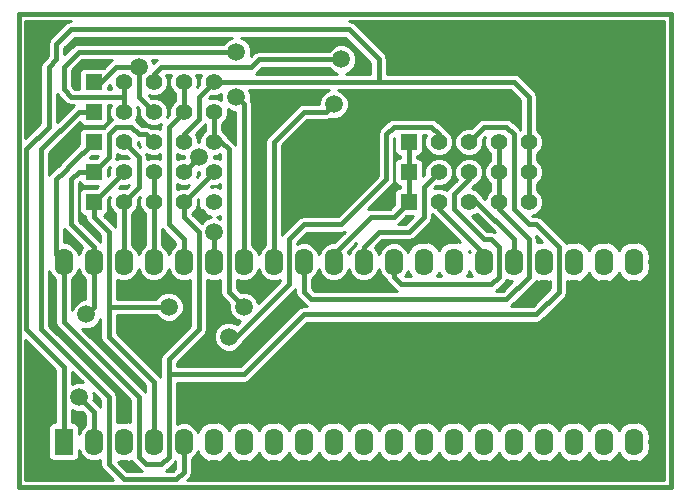
<source format=gbl>
G04 (created by PCBNEW-RS274X (20100308 SVN-R2437)-RC5) date Wed 10 Mar 2010 09:54:52 AM CET*
G01*
G70*
G90*
%MOIN*%
G04 Gerber Fmt 3.4, Leading zero omitted, Abs format*
%FSLAX34Y34*%
G04 APERTURE LIST*
%ADD10C,0.006000*%
%ADD11C,0.015000*%
%ADD12R,0.055000X0.055000*%
%ADD13C,0.055000*%
%ADD14R,0.062000X0.090000*%
%ADD15O,0.062000X0.090000*%
%ADD16C,0.059100*%
%ADD17C,0.010000*%
G04 APERTURE END LIST*
G54D10*
G54D11*
X41500Y-29000D02*
X41500Y-13250D01*
X63250Y-29000D02*
X41500Y-29000D01*
X63250Y-28750D02*
X63250Y-29000D01*
X63250Y-13250D02*
X63250Y-28750D01*
X41500Y-13250D02*
X63250Y-13250D01*
G54D12*
X44000Y-17500D03*
G54D13*
X45000Y-17500D03*
X46000Y-17500D03*
X47000Y-17500D03*
X48000Y-17500D03*
G54D12*
X44000Y-16500D03*
G54D13*
X45000Y-16500D03*
X46000Y-16500D03*
X47000Y-16500D03*
X48000Y-16500D03*
G54D12*
X54500Y-17500D03*
G54D13*
X55500Y-17500D03*
X56500Y-17500D03*
X57500Y-17500D03*
X58500Y-17500D03*
G54D12*
X44000Y-15500D03*
G54D13*
X45000Y-15500D03*
X46000Y-15500D03*
X47000Y-15500D03*
X48000Y-15500D03*
G54D12*
X54500Y-18500D03*
G54D13*
X55500Y-18500D03*
X56500Y-18500D03*
X57500Y-18500D03*
X58500Y-18500D03*
G54D12*
X54500Y-19500D03*
G54D13*
X55500Y-19500D03*
X56500Y-19500D03*
X57500Y-19500D03*
X58500Y-19500D03*
G54D12*
X44000Y-18500D03*
G54D13*
X45000Y-18500D03*
X46000Y-18500D03*
X47000Y-18500D03*
X48000Y-18500D03*
G54D14*
X43000Y-27500D03*
G54D15*
X44000Y-27500D03*
X45000Y-27500D03*
X46000Y-27500D03*
X47000Y-27500D03*
X48000Y-27500D03*
X49000Y-27500D03*
X50000Y-27500D03*
X51000Y-27500D03*
X52000Y-27500D03*
X53000Y-27500D03*
X54000Y-27500D03*
X55000Y-27500D03*
X56000Y-27500D03*
X57000Y-27500D03*
X58000Y-27500D03*
X59000Y-27500D03*
X60000Y-27500D03*
X61000Y-27500D03*
X62000Y-27500D03*
X62000Y-21500D03*
X61000Y-21500D03*
X60000Y-21500D03*
X59000Y-21500D03*
X58000Y-21500D03*
X57000Y-21500D03*
X56000Y-21500D03*
X55000Y-21500D03*
X54000Y-21500D03*
X53000Y-21500D03*
X52000Y-21500D03*
X51000Y-21500D03*
X50000Y-21500D03*
X49000Y-21500D03*
X48000Y-21500D03*
X47000Y-21500D03*
X46000Y-21500D03*
X45000Y-21500D03*
X44000Y-21500D03*
X43000Y-21500D03*
G54D12*
X44000Y-19500D03*
G54D13*
X45000Y-19500D03*
X46000Y-19500D03*
X47000Y-19500D03*
X48000Y-19500D03*
G54D16*
X49000Y-23000D03*
X46500Y-23000D03*
X48750Y-16000D03*
X48750Y-14500D03*
X48500Y-24000D03*
X43750Y-23250D03*
X45500Y-15000D03*
X48000Y-20500D03*
X52000Y-16250D03*
X52250Y-14750D03*
X47500Y-18000D03*
X43500Y-26000D03*
G54D11*
X42250Y-23250D02*
X42250Y-23750D01*
X42250Y-23750D02*
X44500Y-26000D01*
X46000Y-28750D02*
X45000Y-28750D01*
X47000Y-27500D02*
X47000Y-28500D01*
X46750Y-28750D02*
X46000Y-28750D01*
X47000Y-28500D02*
X46750Y-28750D01*
X45000Y-28750D02*
X44500Y-28250D01*
X44500Y-28250D02*
X44500Y-26000D01*
X43500Y-16500D02*
X44000Y-16500D01*
X42250Y-23250D02*
X42250Y-17750D01*
X42250Y-17750D02*
X43500Y-16500D01*
X54500Y-19500D02*
X54000Y-20000D01*
X52000Y-21250D02*
X52000Y-21500D01*
X53250Y-20000D02*
X52000Y-21250D01*
X54000Y-20000D02*
X53250Y-20000D01*
X54500Y-19500D02*
X54500Y-18500D01*
X54500Y-17500D02*
X54500Y-19500D01*
X48500Y-22500D02*
X49000Y-23000D01*
X48000Y-17500D02*
X48248Y-17500D01*
X46500Y-23000D02*
X44500Y-23000D01*
X48500Y-20500D02*
X48500Y-22500D01*
X48500Y-19500D02*
X48500Y-20500D01*
X48500Y-17752D02*
X48500Y-19500D01*
X48248Y-17500D02*
X48500Y-17752D01*
X48000Y-16500D02*
X48000Y-17500D01*
X44000Y-19500D02*
X44000Y-20000D01*
X44000Y-20000D02*
X44500Y-20500D01*
X44500Y-20500D02*
X44500Y-23000D01*
X46000Y-25500D02*
X46000Y-27500D01*
X44500Y-23000D02*
X44500Y-24000D01*
X44500Y-24000D02*
X46000Y-25500D01*
X44000Y-19500D02*
X45000Y-18500D01*
X42750Y-14250D02*
X42750Y-14750D01*
X42500Y-17000D02*
X41750Y-17750D01*
X42500Y-15000D02*
X42500Y-17000D01*
X42750Y-14750D02*
X42500Y-15000D01*
X58500Y-18500D02*
X58500Y-19500D01*
X43000Y-27500D02*
X43000Y-25000D01*
X43000Y-25000D02*
X41750Y-23750D01*
X41750Y-23750D02*
X41750Y-17750D01*
X53500Y-14750D02*
X53500Y-15500D01*
X52500Y-13750D02*
X53500Y-14750D01*
X43250Y-13750D02*
X52500Y-13750D01*
X42750Y-14250D02*
X43250Y-13750D01*
X47000Y-17500D02*
X47000Y-17250D01*
X47500Y-16000D02*
X48000Y-15500D01*
X47500Y-16750D02*
X47500Y-16000D01*
X47000Y-17250D02*
X47500Y-16750D01*
X58500Y-17500D02*
X58500Y-16000D01*
X58000Y-15500D02*
X53500Y-15500D01*
X53500Y-15500D02*
X48000Y-15500D01*
X58500Y-16000D02*
X58000Y-15500D01*
X58500Y-17500D02*
X58500Y-19500D01*
X45000Y-19500D02*
X45000Y-21500D01*
X45000Y-17500D02*
X45500Y-18000D01*
X45500Y-19000D02*
X45000Y-19500D01*
X45500Y-18000D02*
X45500Y-19000D01*
X45000Y-16000D02*
X44000Y-16000D01*
X49000Y-16250D02*
X49000Y-21500D01*
X48750Y-16000D02*
X49000Y-16250D01*
X43500Y-14500D02*
X48750Y-14500D01*
X43000Y-15000D02*
X43500Y-14500D01*
X43000Y-15750D02*
X43000Y-15000D01*
X43250Y-16000D02*
X43000Y-15750D01*
X44000Y-16000D02*
X43250Y-16000D01*
X45000Y-15500D02*
X45000Y-16000D01*
X45000Y-16000D02*
X45000Y-16500D01*
X55500Y-18500D02*
X55000Y-19000D01*
X53000Y-21000D02*
X53000Y-21500D01*
X53500Y-20500D02*
X53000Y-21000D01*
X54500Y-20500D02*
X53500Y-20500D01*
X55000Y-20000D02*
X54500Y-20500D01*
X55000Y-19000D02*
X55000Y-20000D01*
X55500Y-19500D02*
X55500Y-19750D01*
X57000Y-21250D02*
X57000Y-21500D01*
X55500Y-19750D02*
X57000Y-21250D01*
X46000Y-21500D02*
X46000Y-19500D01*
X46000Y-19500D02*
X46000Y-18500D01*
X44000Y-21500D02*
X44000Y-23000D01*
X44000Y-23000D02*
X43750Y-23250D01*
X48500Y-24000D02*
X48750Y-24000D01*
X55500Y-17500D02*
X55500Y-17250D01*
X48750Y-24000D02*
X48500Y-24000D01*
X50500Y-22250D02*
X48750Y-24000D01*
X50500Y-20750D02*
X50500Y-22250D01*
X51000Y-20250D02*
X50500Y-20750D01*
X52250Y-20250D02*
X51000Y-20250D01*
X53750Y-18750D02*
X52250Y-20250D01*
X53750Y-17250D02*
X53750Y-18750D01*
X54000Y-17000D02*
X53750Y-17250D01*
X55250Y-17000D02*
X54000Y-17000D01*
X55500Y-17250D02*
X55250Y-17000D01*
X46000Y-17500D02*
X45750Y-17250D01*
X44500Y-18000D02*
X44000Y-18500D01*
X44500Y-17250D02*
X44500Y-18000D01*
X44750Y-17000D02*
X44500Y-17250D01*
X45250Y-17000D02*
X44750Y-17000D01*
X45500Y-17250D02*
X45250Y-17000D01*
X45750Y-17250D02*
X45500Y-17250D01*
X44000Y-21500D02*
X44000Y-21000D01*
X43500Y-18500D02*
X44000Y-18500D01*
X43250Y-18750D02*
X43500Y-18500D01*
X43250Y-20250D02*
X43250Y-18750D01*
X44000Y-21000D02*
X43250Y-20250D01*
X48000Y-21500D02*
X48000Y-20500D01*
X45500Y-15000D02*
X45500Y-15250D01*
X44000Y-15500D02*
X44250Y-15500D01*
X45500Y-16000D02*
X46000Y-16500D01*
X45500Y-15250D02*
X45500Y-16000D01*
X45250Y-15000D02*
X45500Y-15250D01*
X44750Y-15000D02*
X45250Y-15000D01*
X44250Y-15500D02*
X44750Y-15000D01*
X46500Y-25250D02*
X49000Y-25250D01*
X57000Y-17000D02*
X56500Y-17500D01*
X57750Y-17000D02*
X57000Y-17000D01*
X58000Y-17250D02*
X57750Y-17000D01*
X58000Y-19750D02*
X58000Y-17250D01*
X58500Y-20250D02*
X58000Y-19750D01*
X58750Y-20250D02*
X58500Y-20250D01*
X59500Y-21000D02*
X58750Y-20250D01*
X59500Y-22500D02*
X59500Y-21000D01*
X58750Y-23250D02*
X59500Y-22500D01*
X51000Y-23250D02*
X58750Y-23250D01*
X49000Y-25250D02*
X51000Y-23250D01*
X43000Y-21500D02*
X43000Y-23500D01*
X43000Y-23500D02*
X45500Y-26000D01*
X46500Y-24750D02*
X46500Y-25250D01*
X46500Y-25250D02*
X46500Y-28000D01*
X46500Y-28000D02*
X46250Y-28250D01*
X46250Y-28250D02*
X45750Y-28250D01*
X45750Y-28250D02*
X45500Y-28000D01*
X45500Y-28000D02*
X45500Y-26000D01*
X47000Y-19500D02*
X47000Y-20000D01*
X47500Y-23750D02*
X46500Y-24750D01*
X47500Y-20500D02*
X47500Y-23750D01*
X47000Y-20000D02*
X47500Y-20500D01*
X44000Y-17500D02*
X43250Y-18250D01*
X43250Y-18250D02*
X43000Y-18500D01*
X43000Y-18500D02*
X42750Y-18750D01*
X42750Y-18750D02*
X42750Y-21250D01*
X42750Y-21250D02*
X43000Y-21500D01*
X47000Y-19500D02*
X48000Y-18500D01*
X46000Y-15500D02*
X46000Y-15250D01*
X50000Y-17500D02*
X50000Y-21500D01*
X51000Y-16500D02*
X50000Y-17500D01*
X51750Y-16500D02*
X51000Y-16500D01*
X52000Y-16250D02*
X51750Y-16500D01*
X49500Y-14750D02*
X52250Y-14750D01*
X49250Y-15000D02*
X49500Y-14750D01*
X48500Y-15000D02*
X49250Y-15000D01*
X46250Y-15000D02*
X48500Y-15000D01*
X46000Y-15250D02*
X46250Y-15000D01*
X57250Y-20750D02*
X57500Y-21000D01*
X56500Y-18500D02*
X56500Y-18750D01*
X54000Y-22000D02*
X54000Y-21500D01*
X54250Y-22250D02*
X54000Y-22000D01*
X57250Y-22250D02*
X54250Y-22250D01*
X57500Y-22000D02*
X57250Y-22250D01*
X57500Y-21000D02*
X57500Y-22000D01*
X57000Y-20750D02*
X57250Y-20750D01*
X56000Y-19750D02*
X57000Y-20750D01*
X56000Y-19250D02*
X56000Y-19750D01*
X56500Y-18750D02*
X56000Y-19250D01*
X56500Y-19500D02*
X56750Y-19500D01*
X58000Y-20750D02*
X58000Y-21500D01*
X56750Y-19500D02*
X58000Y-20750D01*
X47000Y-18500D02*
X47500Y-18000D01*
X43500Y-26000D02*
X44000Y-26500D01*
X44000Y-26500D02*
X44000Y-27500D01*
X47000Y-21500D02*
X47000Y-20750D01*
X46500Y-17000D02*
X47000Y-16500D01*
X46500Y-20250D02*
X46500Y-17000D01*
X47000Y-20750D02*
X46500Y-20250D01*
X47000Y-15500D02*
X47000Y-16500D01*
X57500Y-17500D02*
X57500Y-18500D01*
X57500Y-19500D02*
X57500Y-19750D01*
X51000Y-22500D02*
X51000Y-21500D01*
X51250Y-22750D02*
X51000Y-22500D01*
X57750Y-22750D02*
X51250Y-22750D01*
X58500Y-22000D02*
X57750Y-22750D01*
X58500Y-20750D02*
X58500Y-22000D01*
X57500Y-19750D02*
X58500Y-20750D01*
X57500Y-19500D02*
X57500Y-17500D01*
G54D10*
G36*
X63025Y-28775D02*
X63025Y-13475D01*
X52500Y-13475D01*
X52605Y-13496D01*
X52694Y-13556D01*
X53694Y-14555D01*
X53754Y-14644D01*
X53757Y-14661D01*
X53775Y-14750D01*
X53775Y-15225D01*
X58000Y-15225D01*
X58105Y-15246D01*
X58194Y-15306D01*
X58694Y-15805D01*
X58754Y-15895D01*
X58775Y-16000D01*
X58775Y-17103D01*
X58903Y-17231D01*
X58975Y-17406D01*
X58975Y-17595D01*
X58902Y-17769D01*
X58775Y-17896D01*
X58775Y-18103D01*
X58903Y-18231D01*
X58975Y-18406D01*
X58975Y-18595D01*
X58902Y-18769D01*
X58775Y-18896D01*
X58775Y-19103D01*
X58903Y-19231D01*
X58975Y-19406D01*
X58975Y-19595D01*
X58902Y-19769D01*
X58769Y-19903D01*
X58608Y-19969D01*
X58613Y-19975D01*
X58750Y-19975D01*
X58855Y-19996D01*
X58944Y-20056D01*
X59694Y-20805D01*
X59733Y-20864D01*
X59740Y-20874D01*
X59804Y-20835D01*
X59863Y-20818D01*
X59918Y-20848D01*
X60081Y-20848D01*
X60137Y-20818D01*
X60196Y-20835D01*
X60382Y-20950D01*
X60499Y-21113D01*
X60618Y-20950D01*
X60804Y-20835D01*
X60863Y-20818D01*
X60918Y-20848D01*
X61081Y-20848D01*
X61137Y-20818D01*
X61196Y-20835D01*
X61382Y-20950D01*
X61500Y-21113D01*
X61618Y-20950D01*
X61804Y-20835D01*
X61863Y-20818D01*
X61918Y-20848D01*
X62081Y-20848D01*
X62137Y-20818D01*
X62196Y-20835D01*
X62382Y-20950D01*
X62510Y-21127D01*
X62560Y-21340D01*
X62560Y-21450D01*
X62500Y-21450D01*
X62500Y-21550D01*
X62560Y-21550D01*
X62560Y-21660D01*
X62510Y-21873D01*
X62382Y-22050D01*
X62196Y-22165D01*
X62137Y-22182D01*
X62081Y-22152D01*
X61918Y-22152D01*
X61863Y-22182D01*
X61804Y-22165D01*
X61618Y-22050D01*
X61500Y-21886D01*
X61382Y-22050D01*
X61196Y-22165D01*
X61137Y-22182D01*
X61081Y-22152D01*
X60918Y-22152D01*
X60863Y-22182D01*
X60804Y-22165D01*
X60618Y-22050D01*
X60499Y-21886D01*
X60382Y-22050D01*
X60196Y-22165D01*
X60137Y-22182D01*
X60081Y-22152D01*
X59918Y-22152D01*
X59863Y-22182D01*
X59804Y-22165D01*
X59775Y-22147D01*
X59775Y-22500D01*
X59754Y-22605D01*
X59733Y-22634D01*
X59694Y-22695D01*
X58944Y-23444D01*
X58855Y-23504D01*
X58750Y-23525D01*
X51113Y-23525D01*
X49194Y-25444D01*
X49105Y-25504D01*
X49000Y-25525D01*
X46775Y-25525D01*
X46775Y-26900D01*
X46901Y-26848D01*
X47100Y-26848D01*
X47284Y-26924D01*
X47424Y-27065D01*
X47475Y-27189D01*
X47490Y-27127D01*
X47618Y-26950D01*
X47804Y-26835D01*
X47863Y-26818D01*
X47918Y-26848D01*
X48081Y-26848D01*
X48137Y-26818D01*
X48196Y-26835D01*
X48382Y-26950D01*
X48500Y-27113D01*
X48618Y-26950D01*
X48804Y-26835D01*
X48863Y-26818D01*
X48918Y-26848D01*
X49081Y-26848D01*
X49137Y-26818D01*
X49196Y-26835D01*
X49382Y-26950D01*
X49500Y-27113D01*
X49618Y-26950D01*
X49804Y-26835D01*
X49863Y-26818D01*
X49918Y-26848D01*
X50081Y-26848D01*
X50137Y-26818D01*
X50196Y-26835D01*
X50382Y-26950D01*
X50500Y-27113D01*
X50618Y-26950D01*
X50804Y-26835D01*
X50863Y-26818D01*
X50918Y-26848D01*
X51081Y-26848D01*
X51137Y-26818D01*
X51196Y-26835D01*
X51382Y-26950D01*
X51499Y-27113D01*
X51618Y-26950D01*
X51804Y-26835D01*
X51863Y-26818D01*
X51918Y-26848D01*
X52081Y-26848D01*
X52137Y-26818D01*
X52196Y-26835D01*
X52382Y-26950D01*
X52500Y-27113D01*
X52618Y-26950D01*
X52804Y-26835D01*
X52863Y-26818D01*
X52918Y-26848D01*
X53081Y-26848D01*
X53137Y-26818D01*
X53196Y-26835D01*
X53382Y-26950D01*
X53500Y-27113D01*
X53618Y-26950D01*
X53804Y-26835D01*
X53863Y-26818D01*
X53918Y-26848D01*
X54081Y-26848D01*
X54137Y-26818D01*
X54196Y-26835D01*
X54382Y-26950D01*
X54500Y-27113D01*
X54618Y-26950D01*
X54804Y-26835D01*
X54863Y-26818D01*
X54918Y-26848D01*
X55081Y-26848D01*
X55137Y-26818D01*
X55196Y-26835D01*
X55382Y-26950D01*
X55500Y-27113D01*
X55618Y-26950D01*
X55804Y-26835D01*
X55863Y-26818D01*
X55918Y-26848D01*
X56081Y-26848D01*
X56137Y-26818D01*
X56196Y-26835D01*
X56382Y-26950D01*
X56500Y-27113D01*
X56618Y-26950D01*
X56804Y-26835D01*
X56863Y-26818D01*
X56918Y-26848D01*
X57081Y-26848D01*
X57137Y-26818D01*
X57196Y-26835D01*
X57382Y-26950D01*
X57500Y-27113D01*
X57618Y-26950D01*
X57804Y-26835D01*
X57863Y-26818D01*
X57918Y-26848D01*
X58081Y-26848D01*
X58137Y-26818D01*
X58196Y-26835D01*
X58382Y-26950D01*
X58500Y-27113D01*
X58618Y-26950D01*
X58804Y-26835D01*
X58863Y-26818D01*
X58918Y-26848D01*
X59081Y-26848D01*
X59137Y-26818D01*
X59196Y-26835D01*
X59382Y-26950D01*
X59500Y-27113D01*
X59618Y-26950D01*
X59804Y-26835D01*
X59863Y-26818D01*
X59918Y-26848D01*
X60081Y-26848D01*
X60137Y-26818D01*
X60196Y-26835D01*
X60382Y-26950D01*
X60499Y-27113D01*
X60618Y-26950D01*
X60804Y-26835D01*
X60863Y-26818D01*
X60918Y-26848D01*
X61081Y-26848D01*
X61137Y-26818D01*
X61196Y-26835D01*
X61382Y-26950D01*
X61500Y-27113D01*
X61618Y-26950D01*
X61804Y-26835D01*
X61863Y-26818D01*
X61918Y-26848D01*
X62081Y-26848D01*
X62137Y-26818D01*
X62196Y-26835D01*
X62382Y-26950D01*
X62510Y-27127D01*
X62560Y-27340D01*
X62560Y-27450D01*
X62500Y-27450D01*
X62500Y-27550D01*
X62560Y-27550D01*
X62560Y-27660D01*
X62510Y-27873D01*
X62382Y-28050D01*
X62196Y-28165D01*
X62137Y-28182D01*
X62081Y-28152D01*
X61918Y-28152D01*
X61863Y-28182D01*
X61804Y-28165D01*
X61618Y-28050D01*
X61500Y-27886D01*
X61382Y-28050D01*
X61196Y-28165D01*
X61137Y-28182D01*
X61081Y-28152D01*
X60918Y-28152D01*
X60863Y-28182D01*
X60804Y-28165D01*
X60618Y-28050D01*
X60499Y-27886D01*
X60382Y-28050D01*
X60196Y-28165D01*
X60137Y-28182D01*
X60081Y-28152D01*
X59918Y-28152D01*
X59863Y-28182D01*
X59804Y-28165D01*
X59618Y-28050D01*
X59500Y-27886D01*
X59382Y-28050D01*
X59196Y-28165D01*
X59137Y-28182D01*
X59081Y-28152D01*
X58918Y-28152D01*
X58863Y-28182D01*
X58804Y-28165D01*
X58618Y-28050D01*
X58500Y-27886D01*
X58382Y-28050D01*
X58196Y-28165D01*
X58137Y-28182D01*
X58081Y-28152D01*
X57918Y-28152D01*
X57863Y-28182D01*
X57804Y-28165D01*
X57618Y-28050D01*
X57500Y-27886D01*
X57382Y-28050D01*
X57196Y-28165D01*
X57137Y-28182D01*
X57081Y-28152D01*
X56918Y-28152D01*
X56863Y-28182D01*
X56804Y-28165D01*
X56618Y-28050D01*
X56500Y-27886D01*
X56382Y-28050D01*
X56196Y-28165D01*
X56137Y-28182D01*
X56081Y-28152D01*
X55918Y-28152D01*
X55863Y-28182D01*
X55804Y-28165D01*
X55618Y-28050D01*
X55500Y-27886D01*
X55382Y-28050D01*
X55196Y-28165D01*
X55137Y-28182D01*
X55081Y-28152D01*
X54918Y-28152D01*
X54863Y-28182D01*
X54804Y-28165D01*
X54618Y-28050D01*
X54500Y-27886D01*
X54382Y-28050D01*
X54196Y-28165D01*
X54137Y-28182D01*
X54081Y-28152D01*
X53918Y-28152D01*
X53863Y-28182D01*
X53804Y-28165D01*
X53618Y-28050D01*
X53500Y-27886D01*
X53382Y-28050D01*
X53196Y-28165D01*
X53137Y-28182D01*
X53081Y-28152D01*
X52918Y-28152D01*
X52863Y-28182D01*
X52804Y-28165D01*
X52618Y-28050D01*
X52500Y-27886D01*
X52382Y-28050D01*
X52196Y-28165D01*
X52137Y-28182D01*
X52081Y-28152D01*
X51918Y-28152D01*
X51863Y-28182D01*
X51804Y-28165D01*
X51618Y-28050D01*
X51500Y-27886D01*
X51382Y-28050D01*
X51196Y-28165D01*
X51137Y-28182D01*
X51081Y-28152D01*
X50918Y-28152D01*
X50863Y-28182D01*
X50804Y-28165D01*
X50618Y-28050D01*
X50500Y-27886D01*
X50382Y-28050D01*
X50196Y-28165D01*
X50137Y-28182D01*
X50081Y-28152D01*
X49918Y-28152D01*
X49863Y-28182D01*
X49804Y-28165D01*
X49618Y-28050D01*
X49500Y-27886D01*
X49382Y-28050D01*
X49196Y-28165D01*
X49137Y-28182D01*
X49081Y-28152D01*
X48918Y-28152D01*
X48863Y-28182D01*
X48804Y-28165D01*
X48618Y-28050D01*
X48499Y-27886D01*
X48382Y-28050D01*
X48196Y-28165D01*
X48137Y-28182D01*
X48081Y-28152D01*
X47918Y-28152D01*
X47863Y-28182D01*
X47804Y-28165D01*
X47618Y-28050D01*
X47490Y-27873D01*
X47475Y-27811D01*
X47424Y-27936D01*
X47283Y-28076D01*
X47275Y-28079D01*
X47275Y-28500D01*
X47254Y-28605D01*
X47233Y-28634D01*
X47194Y-28695D01*
X47113Y-28775D01*
X63025Y-28775D01*
X63025Y-28775D01*
G37*
G54D17*
X63025Y-28775D02*
X63025Y-13475D01*
X52500Y-13475D01*
X52605Y-13496D01*
X52694Y-13556D01*
X53694Y-14555D01*
X53754Y-14644D01*
X53757Y-14661D01*
X53775Y-14750D01*
X53775Y-15225D01*
X58000Y-15225D01*
X58105Y-15246D01*
X58194Y-15306D01*
X58694Y-15805D01*
X58754Y-15895D01*
X58775Y-16000D01*
X58775Y-17103D01*
X58903Y-17231D01*
X58975Y-17406D01*
X58975Y-17595D01*
X58902Y-17769D01*
X58775Y-17896D01*
X58775Y-18103D01*
X58903Y-18231D01*
X58975Y-18406D01*
X58975Y-18595D01*
X58902Y-18769D01*
X58775Y-18896D01*
X58775Y-19103D01*
X58903Y-19231D01*
X58975Y-19406D01*
X58975Y-19595D01*
X58902Y-19769D01*
X58769Y-19903D01*
X58608Y-19969D01*
X58613Y-19975D01*
X58750Y-19975D01*
X58855Y-19996D01*
X58944Y-20056D01*
X59694Y-20805D01*
X59733Y-20864D01*
X59740Y-20874D01*
X59804Y-20835D01*
X59863Y-20818D01*
X59918Y-20848D01*
X60081Y-20848D01*
X60137Y-20818D01*
X60196Y-20835D01*
X60382Y-20950D01*
X60499Y-21113D01*
X60618Y-20950D01*
X60804Y-20835D01*
X60863Y-20818D01*
X60918Y-20848D01*
X61081Y-20848D01*
X61137Y-20818D01*
X61196Y-20835D01*
X61382Y-20950D01*
X61500Y-21113D01*
X61618Y-20950D01*
X61804Y-20835D01*
X61863Y-20818D01*
X61918Y-20848D01*
X62081Y-20848D01*
X62137Y-20818D01*
X62196Y-20835D01*
X62382Y-20950D01*
X62510Y-21127D01*
X62560Y-21340D01*
X62560Y-21450D01*
X62500Y-21450D01*
X62500Y-21550D01*
X62560Y-21550D01*
X62560Y-21660D01*
X62510Y-21873D01*
X62382Y-22050D01*
X62196Y-22165D01*
X62137Y-22182D01*
X62081Y-22152D01*
X61918Y-22152D01*
X61863Y-22182D01*
X61804Y-22165D01*
X61618Y-22050D01*
X61500Y-21886D01*
X61382Y-22050D01*
X61196Y-22165D01*
X61137Y-22182D01*
X61081Y-22152D01*
X60918Y-22152D01*
X60863Y-22182D01*
X60804Y-22165D01*
X60618Y-22050D01*
X60499Y-21886D01*
X60382Y-22050D01*
X60196Y-22165D01*
X60137Y-22182D01*
X60081Y-22152D01*
X59918Y-22152D01*
X59863Y-22182D01*
X59804Y-22165D01*
X59775Y-22147D01*
X59775Y-22500D01*
X59754Y-22605D01*
X59733Y-22634D01*
X59694Y-22695D01*
X58944Y-23444D01*
X58855Y-23504D01*
X58750Y-23525D01*
X51113Y-23525D01*
X49194Y-25444D01*
X49105Y-25504D01*
X49000Y-25525D01*
X46775Y-25525D01*
X46775Y-26900D01*
X46901Y-26848D01*
X47100Y-26848D01*
X47284Y-26924D01*
X47424Y-27065D01*
X47475Y-27189D01*
X47490Y-27127D01*
X47618Y-26950D01*
X47804Y-26835D01*
X47863Y-26818D01*
X47918Y-26848D01*
X48081Y-26848D01*
X48137Y-26818D01*
X48196Y-26835D01*
X48382Y-26950D01*
X48500Y-27113D01*
X48618Y-26950D01*
X48804Y-26835D01*
X48863Y-26818D01*
X48918Y-26848D01*
X49081Y-26848D01*
X49137Y-26818D01*
X49196Y-26835D01*
X49382Y-26950D01*
X49500Y-27113D01*
X49618Y-26950D01*
X49804Y-26835D01*
X49863Y-26818D01*
X49918Y-26848D01*
X50081Y-26848D01*
X50137Y-26818D01*
X50196Y-26835D01*
X50382Y-26950D01*
X50500Y-27113D01*
X50618Y-26950D01*
X50804Y-26835D01*
X50863Y-26818D01*
X50918Y-26848D01*
X51081Y-26848D01*
X51137Y-26818D01*
X51196Y-26835D01*
X51382Y-26950D01*
X51499Y-27113D01*
X51618Y-26950D01*
X51804Y-26835D01*
X51863Y-26818D01*
X51918Y-26848D01*
X52081Y-26848D01*
X52137Y-26818D01*
X52196Y-26835D01*
X52382Y-26950D01*
X52500Y-27113D01*
X52618Y-26950D01*
X52804Y-26835D01*
X52863Y-26818D01*
X52918Y-26848D01*
X53081Y-26848D01*
X53137Y-26818D01*
X53196Y-26835D01*
X53382Y-26950D01*
X53500Y-27113D01*
X53618Y-26950D01*
X53804Y-26835D01*
X53863Y-26818D01*
X53918Y-26848D01*
X54081Y-26848D01*
X54137Y-26818D01*
X54196Y-26835D01*
X54382Y-26950D01*
X54500Y-27113D01*
X54618Y-26950D01*
X54804Y-26835D01*
X54863Y-26818D01*
X54918Y-26848D01*
X55081Y-26848D01*
X55137Y-26818D01*
X55196Y-26835D01*
X55382Y-26950D01*
X55500Y-27113D01*
X55618Y-26950D01*
X55804Y-26835D01*
X55863Y-26818D01*
X55918Y-26848D01*
X56081Y-26848D01*
X56137Y-26818D01*
X56196Y-26835D01*
X56382Y-26950D01*
X56500Y-27113D01*
X56618Y-26950D01*
X56804Y-26835D01*
X56863Y-26818D01*
X56918Y-26848D01*
X57081Y-26848D01*
X57137Y-26818D01*
X57196Y-26835D01*
X57382Y-26950D01*
X57500Y-27113D01*
X57618Y-26950D01*
X57804Y-26835D01*
X57863Y-26818D01*
X57918Y-26848D01*
X58081Y-26848D01*
X58137Y-26818D01*
X58196Y-26835D01*
X58382Y-26950D01*
X58500Y-27113D01*
X58618Y-26950D01*
X58804Y-26835D01*
X58863Y-26818D01*
X58918Y-26848D01*
X59081Y-26848D01*
X59137Y-26818D01*
X59196Y-26835D01*
X59382Y-26950D01*
X59500Y-27113D01*
X59618Y-26950D01*
X59804Y-26835D01*
X59863Y-26818D01*
X59918Y-26848D01*
X60081Y-26848D01*
X60137Y-26818D01*
X60196Y-26835D01*
X60382Y-26950D01*
X60499Y-27113D01*
X60618Y-26950D01*
X60804Y-26835D01*
X60863Y-26818D01*
X60918Y-26848D01*
X61081Y-26848D01*
X61137Y-26818D01*
X61196Y-26835D01*
X61382Y-26950D01*
X61500Y-27113D01*
X61618Y-26950D01*
X61804Y-26835D01*
X61863Y-26818D01*
X61918Y-26848D01*
X62081Y-26848D01*
X62137Y-26818D01*
X62196Y-26835D01*
X62382Y-26950D01*
X62510Y-27127D01*
X62560Y-27340D01*
X62560Y-27450D01*
X62500Y-27450D01*
X62500Y-27550D01*
X62560Y-27550D01*
X62560Y-27660D01*
X62510Y-27873D01*
X62382Y-28050D01*
X62196Y-28165D01*
X62137Y-28182D01*
X62081Y-28152D01*
X61918Y-28152D01*
X61863Y-28182D01*
X61804Y-28165D01*
X61618Y-28050D01*
X61500Y-27886D01*
X61382Y-28050D01*
X61196Y-28165D01*
X61137Y-28182D01*
X61081Y-28152D01*
X60918Y-28152D01*
X60863Y-28182D01*
X60804Y-28165D01*
X60618Y-28050D01*
X60499Y-27886D01*
X60382Y-28050D01*
X60196Y-28165D01*
X60137Y-28182D01*
X60081Y-28152D01*
X59918Y-28152D01*
X59863Y-28182D01*
X59804Y-28165D01*
X59618Y-28050D01*
X59500Y-27886D01*
X59382Y-28050D01*
X59196Y-28165D01*
X59137Y-28182D01*
X59081Y-28152D01*
X58918Y-28152D01*
X58863Y-28182D01*
X58804Y-28165D01*
X58618Y-28050D01*
X58500Y-27886D01*
X58382Y-28050D01*
X58196Y-28165D01*
X58137Y-28182D01*
X58081Y-28152D01*
X57918Y-28152D01*
X57863Y-28182D01*
X57804Y-28165D01*
X57618Y-28050D01*
X57500Y-27886D01*
X57382Y-28050D01*
X57196Y-28165D01*
X57137Y-28182D01*
X57081Y-28152D01*
X56918Y-28152D01*
X56863Y-28182D01*
X56804Y-28165D01*
X56618Y-28050D01*
X56500Y-27886D01*
X56382Y-28050D01*
X56196Y-28165D01*
X56137Y-28182D01*
X56081Y-28152D01*
X55918Y-28152D01*
X55863Y-28182D01*
X55804Y-28165D01*
X55618Y-28050D01*
X55500Y-27886D01*
X55382Y-28050D01*
X55196Y-28165D01*
X55137Y-28182D01*
X55081Y-28152D01*
X54918Y-28152D01*
X54863Y-28182D01*
X54804Y-28165D01*
X54618Y-28050D01*
X54500Y-27886D01*
X54382Y-28050D01*
X54196Y-28165D01*
X54137Y-28182D01*
X54081Y-28152D01*
X53918Y-28152D01*
X53863Y-28182D01*
X53804Y-28165D01*
X53618Y-28050D01*
X53500Y-27886D01*
X53382Y-28050D01*
X53196Y-28165D01*
X53137Y-28182D01*
X53081Y-28152D01*
X52918Y-28152D01*
X52863Y-28182D01*
X52804Y-28165D01*
X52618Y-28050D01*
X52500Y-27886D01*
X52382Y-28050D01*
X52196Y-28165D01*
X52137Y-28182D01*
X52081Y-28152D01*
X51918Y-28152D01*
X51863Y-28182D01*
X51804Y-28165D01*
X51618Y-28050D01*
X51500Y-27886D01*
X51382Y-28050D01*
X51196Y-28165D01*
X51137Y-28182D01*
X51081Y-28152D01*
X50918Y-28152D01*
X50863Y-28182D01*
X50804Y-28165D01*
X50618Y-28050D01*
X50500Y-27886D01*
X50382Y-28050D01*
X50196Y-28165D01*
X50137Y-28182D01*
X50081Y-28152D01*
X49918Y-28152D01*
X49863Y-28182D01*
X49804Y-28165D01*
X49618Y-28050D01*
X49500Y-27886D01*
X49382Y-28050D01*
X49196Y-28165D01*
X49137Y-28182D01*
X49081Y-28152D01*
X48918Y-28152D01*
X48863Y-28182D01*
X48804Y-28165D01*
X48618Y-28050D01*
X48499Y-27886D01*
X48382Y-28050D01*
X48196Y-28165D01*
X48137Y-28182D01*
X48081Y-28152D01*
X47918Y-28152D01*
X47863Y-28182D01*
X47804Y-28165D01*
X47618Y-28050D01*
X47490Y-27873D01*
X47475Y-27811D01*
X47424Y-27936D01*
X47283Y-28076D01*
X47275Y-28079D01*
X47275Y-28500D01*
X47254Y-28605D01*
X47233Y-28634D01*
X47194Y-28695D01*
X47113Y-28775D01*
X63025Y-28775D01*
G54D10*
G36*
X44636Y-28775D02*
X44306Y-28444D01*
X44246Y-28355D01*
X44225Y-28250D01*
X44225Y-28099D01*
X44099Y-28152D01*
X43900Y-28152D01*
X43716Y-28076D01*
X43576Y-27935D01*
X43509Y-27772D01*
X43509Y-27990D01*
X43478Y-28063D01*
X43422Y-28119D01*
X43349Y-28149D01*
X42650Y-28149D01*
X42577Y-28118D01*
X42521Y-28062D01*
X42491Y-27989D01*
X42491Y-27010D01*
X42522Y-26937D01*
X42578Y-26881D01*
X42651Y-26851D01*
X42725Y-26851D01*
X42725Y-25113D01*
X41725Y-24113D01*
X41725Y-28775D01*
X44636Y-28775D01*
X44636Y-28775D01*
G37*
G54D17*
X44636Y-28775D02*
X44306Y-28444D01*
X44246Y-28355D01*
X44225Y-28250D01*
X44225Y-28099D01*
X44099Y-28152D01*
X43900Y-28152D01*
X43716Y-28076D01*
X43576Y-27935D01*
X43509Y-27772D01*
X43509Y-27990D01*
X43478Y-28063D01*
X43422Y-28119D01*
X43349Y-28149D01*
X42650Y-28149D01*
X42577Y-28118D01*
X42521Y-28062D01*
X42491Y-27989D01*
X42491Y-27010D01*
X42522Y-26937D01*
X42578Y-26881D01*
X42651Y-26851D01*
X42725Y-26851D01*
X42725Y-25113D01*
X41725Y-24113D01*
X41725Y-28775D01*
X44636Y-28775D01*
G54D10*
G36*
X46636Y-28475D02*
X46725Y-28386D01*
X46725Y-28148D01*
X46694Y-28195D01*
X46444Y-28444D01*
X46398Y-28475D01*
X46636Y-28475D01*
X46636Y-28475D01*
G37*
G54D17*
X46636Y-28475D02*
X46725Y-28386D01*
X46725Y-28148D01*
X46694Y-28195D01*
X46444Y-28444D01*
X46398Y-28475D01*
X46636Y-28475D01*
G54D10*
G36*
X45601Y-28475D02*
X45555Y-28444D01*
X45306Y-28194D01*
X45259Y-28125D01*
X45196Y-28165D01*
X45137Y-28182D01*
X45081Y-28152D01*
X44918Y-28152D01*
X44863Y-28182D01*
X44804Y-28165D01*
X44803Y-28164D01*
X45113Y-28475D01*
X45601Y-28475D01*
X45601Y-28475D01*
G37*
G54D17*
X45601Y-28475D02*
X45555Y-28444D01*
X45306Y-28194D01*
X45259Y-28125D01*
X45196Y-28165D01*
X45137Y-28182D01*
X45081Y-28152D01*
X44918Y-28152D01*
X44863Y-28182D01*
X44804Y-28165D01*
X44803Y-28164D01*
X45113Y-28475D01*
X45601Y-28475D01*
G54D10*
G36*
X43509Y-27226D02*
X43576Y-27064D01*
X43717Y-26924D01*
X43725Y-26920D01*
X43725Y-26613D01*
X43603Y-26491D01*
X43598Y-26494D01*
X43401Y-26494D01*
X43275Y-26441D01*
X43275Y-26851D01*
X43350Y-26851D01*
X43423Y-26882D01*
X43479Y-26938D01*
X43509Y-27011D01*
X43509Y-27226D01*
X43509Y-27226D01*
G37*
G54D17*
X43509Y-27226D02*
X43576Y-27064D01*
X43717Y-26924D01*
X43725Y-26920D01*
X43725Y-26613D01*
X43603Y-26491D01*
X43598Y-26494D01*
X43401Y-26494D01*
X43275Y-26441D01*
X43275Y-26851D01*
X43350Y-26851D01*
X43423Y-26882D01*
X43479Y-26938D01*
X43509Y-27011D01*
X43509Y-27226D01*
G54D10*
G36*
X45225Y-26852D02*
X45225Y-26113D01*
X42806Y-23694D01*
X42746Y-23605D01*
X42725Y-23500D01*
X42725Y-22079D01*
X42716Y-22076D01*
X42576Y-21935D01*
X42525Y-21811D01*
X42525Y-23636D01*
X44694Y-25805D01*
X44733Y-25864D01*
X44754Y-25895D01*
X44775Y-26000D01*
X44775Y-26852D01*
X44804Y-26835D01*
X44863Y-26818D01*
X44918Y-26848D01*
X45081Y-26848D01*
X45137Y-26818D01*
X45196Y-26835D01*
X45225Y-26852D01*
X45225Y-26852D01*
G37*
G54D17*
X45225Y-26852D02*
X45225Y-26113D01*
X42806Y-23694D01*
X42746Y-23605D01*
X42725Y-23500D01*
X42725Y-22079D01*
X42716Y-22076D01*
X42576Y-21935D01*
X42525Y-21811D01*
X42525Y-23636D01*
X44694Y-25805D01*
X44733Y-25864D01*
X44754Y-25895D01*
X44775Y-26000D01*
X44775Y-26852D01*
X44804Y-26835D01*
X44863Y-26818D01*
X44918Y-26848D01*
X45081Y-26848D01*
X45137Y-26818D01*
X45196Y-26835D01*
X45225Y-26852D01*
G54D10*
G36*
X44225Y-26351D02*
X44225Y-26113D01*
X43980Y-25869D01*
X43994Y-25902D01*
X43994Y-26099D01*
X43992Y-26103D01*
X44194Y-26305D01*
X44225Y-26351D01*
X44225Y-26351D01*
G37*
G54D17*
X44225Y-26351D02*
X44225Y-26113D01*
X43980Y-25869D01*
X43994Y-25902D01*
X43994Y-26099D01*
X43992Y-26103D01*
X44194Y-26305D01*
X44225Y-26351D01*
G54D10*
G36*
X45725Y-25851D02*
X45725Y-25613D01*
X44306Y-24194D01*
X44246Y-24105D01*
X44225Y-24000D01*
X44225Y-23394D01*
X44169Y-23530D01*
X44030Y-23669D01*
X43848Y-23744D01*
X43651Y-23744D01*
X43618Y-23730D01*
X45694Y-25805D01*
X45725Y-25851D01*
X45725Y-25851D01*
G37*
G54D17*
X45725Y-25851D02*
X45725Y-25613D01*
X44306Y-24194D01*
X44246Y-24105D01*
X44225Y-24000D01*
X44225Y-23394D01*
X44169Y-23530D01*
X44030Y-23669D01*
X43848Y-23744D01*
X43651Y-23744D01*
X43618Y-23730D01*
X45694Y-25805D01*
X45725Y-25851D01*
G54D10*
G36*
X43275Y-25558D02*
X43402Y-25506D01*
X43599Y-25506D01*
X43630Y-25518D01*
X43275Y-25163D01*
X43275Y-25558D01*
X43275Y-25558D01*
G37*
G54D17*
X43275Y-25558D02*
X43402Y-25506D01*
X43599Y-25506D01*
X43630Y-25518D01*
X43275Y-25163D01*
X43275Y-25558D01*
G54D10*
G36*
X46225Y-25350D02*
X46225Y-24750D01*
X46246Y-24645D01*
X46306Y-24556D01*
X47225Y-23636D01*
X47225Y-22099D01*
X47099Y-22152D01*
X46900Y-22152D01*
X46716Y-22076D01*
X46576Y-21935D01*
X46500Y-21751D01*
X46500Y-21752D01*
X46424Y-21936D01*
X46283Y-22076D01*
X46099Y-22152D01*
X45900Y-22152D01*
X45716Y-22076D01*
X45576Y-21935D01*
X45500Y-21751D01*
X45500Y-21752D01*
X45424Y-21936D01*
X45283Y-22076D01*
X45099Y-22152D01*
X44900Y-22152D01*
X44775Y-22100D01*
X44775Y-22725D01*
X46078Y-22725D01*
X46081Y-22720D01*
X46220Y-22581D01*
X46402Y-22506D01*
X46599Y-22506D01*
X46780Y-22581D01*
X46919Y-22720D01*
X46994Y-22902D01*
X46994Y-23099D01*
X46919Y-23280D01*
X46780Y-23419D01*
X46598Y-23494D01*
X46401Y-23494D01*
X46220Y-23419D01*
X46081Y-23280D01*
X46078Y-23275D01*
X44775Y-23275D01*
X44775Y-23886D01*
X46194Y-25305D01*
X46225Y-25350D01*
X46225Y-25350D01*
G37*
G54D17*
X46225Y-25350D02*
X46225Y-24750D01*
X46246Y-24645D01*
X46306Y-24556D01*
X47225Y-23636D01*
X47225Y-22099D01*
X47099Y-22152D01*
X46900Y-22152D01*
X46716Y-22076D01*
X46576Y-21935D01*
X46500Y-21751D01*
X46500Y-21752D01*
X46424Y-21936D01*
X46283Y-22076D01*
X46099Y-22152D01*
X45900Y-22152D01*
X45716Y-22076D01*
X45576Y-21935D01*
X45500Y-21751D01*
X45500Y-21752D01*
X45424Y-21936D01*
X45283Y-22076D01*
X45099Y-22152D01*
X44900Y-22152D01*
X44775Y-22100D01*
X44775Y-22725D01*
X46078Y-22725D01*
X46081Y-22720D01*
X46220Y-22581D01*
X46402Y-22506D01*
X46599Y-22506D01*
X46780Y-22581D01*
X46919Y-22720D01*
X46994Y-22902D01*
X46994Y-23099D01*
X46919Y-23280D01*
X46780Y-23419D01*
X46598Y-23494D01*
X46401Y-23494D01*
X46220Y-23419D01*
X46081Y-23280D01*
X46078Y-23275D01*
X44775Y-23275D01*
X44775Y-23886D01*
X46194Y-25305D01*
X46225Y-25350D01*
G54D10*
G36*
X48886Y-24975D02*
X50805Y-23056D01*
X50894Y-22996D01*
X50911Y-22992D01*
X51000Y-22975D01*
X51101Y-22975D01*
X51055Y-22944D01*
X50806Y-22694D01*
X50746Y-22605D01*
X50725Y-22500D01*
X50725Y-22398D01*
X50694Y-22445D01*
X48962Y-24175D01*
X48919Y-24280D01*
X48780Y-24419D01*
X48598Y-24494D01*
X48401Y-24494D01*
X48220Y-24419D01*
X48081Y-24280D01*
X48006Y-24098D01*
X48006Y-23901D01*
X48081Y-23720D01*
X48220Y-23581D01*
X48402Y-23506D01*
X48599Y-23506D01*
X48780Y-23581D01*
X48877Y-23484D01*
X48720Y-23419D01*
X48581Y-23280D01*
X48506Y-23098D01*
X48506Y-22901D01*
X48507Y-22896D01*
X48306Y-22694D01*
X48246Y-22605D01*
X48225Y-22500D01*
X48225Y-22099D01*
X48099Y-22152D01*
X47900Y-22152D01*
X47775Y-22100D01*
X47775Y-23750D01*
X47757Y-23838D01*
X47754Y-23856D01*
X47694Y-23945D01*
X46775Y-24863D01*
X46775Y-24975D01*
X48886Y-24975D01*
X48886Y-24975D01*
G37*
G54D17*
X48886Y-24975D02*
X50805Y-23056D01*
X50894Y-22996D01*
X50911Y-22992D01*
X51000Y-22975D01*
X51101Y-22975D01*
X51055Y-22944D01*
X50806Y-22694D01*
X50746Y-22605D01*
X50725Y-22500D01*
X50725Y-22398D01*
X50694Y-22445D01*
X48962Y-24175D01*
X48919Y-24280D01*
X48780Y-24419D01*
X48598Y-24494D01*
X48401Y-24494D01*
X48220Y-24419D01*
X48081Y-24280D01*
X48006Y-24098D01*
X48006Y-23901D01*
X48081Y-23720D01*
X48220Y-23581D01*
X48402Y-23506D01*
X48599Y-23506D01*
X48780Y-23581D01*
X48877Y-23484D01*
X48720Y-23419D01*
X48581Y-23280D01*
X48506Y-23098D01*
X48506Y-22901D01*
X48507Y-22896D01*
X48306Y-22694D01*
X48246Y-22605D01*
X48225Y-22500D01*
X48225Y-22099D01*
X48099Y-22152D01*
X47900Y-22152D01*
X47775Y-22100D01*
X47775Y-23750D01*
X47757Y-23838D01*
X47754Y-23856D01*
X47694Y-23945D01*
X46775Y-24863D01*
X46775Y-24975D01*
X48886Y-24975D01*
G54D10*
G36*
X43275Y-23105D02*
X43331Y-22970D01*
X43470Y-22831D01*
X43652Y-22756D01*
X43725Y-22756D01*
X43725Y-22079D01*
X43716Y-22076D01*
X43576Y-21935D01*
X43500Y-21751D01*
X43500Y-21752D01*
X43424Y-21936D01*
X43283Y-22076D01*
X43275Y-22079D01*
X43275Y-23105D01*
X43275Y-23105D01*
G37*
G54D17*
X43275Y-23105D02*
X43331Y-22970D01*
X43470Y-22831D01*
X43652Y-22756D01*
X43725Y-22756D01*
X43725Y-22079D01*
X43716Y-22076D01*
X43576Y-21935D01*
X43500Y-21751D01*
X43500Y-21752D01*
X43424Y-21936D01*
X43283Y-22076D01*
X43275Y-22079D01*
X43275Y-23105D01*
G54D10*
G36*
X58636Y-22975D02*
X59225Y-22386D01*
X59225Y-22147D01*
X59196Y-22165D01*
X59137Y-22182D01*
X59081Y-22152D01*
X58918Y-22152D01*
X58863Y-22182D01*
X58804Y-22165D01*
X58739Y-22125D01*
X58733Y-22134D01*
X58694Y-22195D01*
X57944Y-22944D01*
X57898Y-22975D01*
X58636Y-22975D01*
X58636Y-22975D01*
G37*
G54D17*
X58636Y-22975D02*
X59225Y-22386D01*
X59225Y-22147D01*
X59196Y-22165D01*
X59137Y-22182D01*
X59081Y-22152D01*
X58918Y-22152D01*
X58863Y-22182D01*
X58804Y-22165D01*
X58739Y-22125D01*
X58733Y-22134D01*
X58694Y-22195D01*
X57944Y-22944D01*
X57898Y-22975D01*
X58636Y-22975D01*
G54D10*
G36*
X49483Y-22877D02*
X50225Y-22136D01*
X50225Y-22099D01*
X50099Y-22152D01*
X49900Y-22152D01*
X49716Y-22076D01*
X49576Y-21935D01*
X49500Y-21751D01*
X49500Y-21752D01*
X49424Y-21936D01*
X49283Y-22076D01*
X49099Y-22152D01*
X48900Y-22152D01*
X48775Y-22100D01*
X48775Y-22386D01*
X48896Y-22508D01*
X48902Y-22506D01*
X49099Y-22506D01*
X49280Y-22581D01*
X49419Y-22720D01*
X49483Y-22877D01*
X49483Y-22877D01*
G37*
G54D17*
X49483Y-22877D02*
X50225Y-22136D01*
X50225Y-22099D01*
X50099Y-22152D01*
X49900Y-22152D01*
X49716Y-22076D01*
X49576Y-21935D01*
X49500Y-21751D01*
X49500Y-21752D01*
X49424Y-21936D01*
X49283Y-22076D01*
X49099Y-22152D01*
X48900Y-22152D01*
X48775Y-22100D01*
X48775Y-22386D01*
X48896Y-22508D01*
X48902Y-22506D01*
X49099Y-22506D01*
X49280Y-22581D01*
X49419Y-22720D01*
X49483Y-22877D01*
G54D10*
G36*
X57636Y-22475D02*
X57959Y-22151D01*
X57900Y-22152D01*
X57756Y-22092D01*
X57754Y-22105D01*
X57733Y-22134D01*
X57694Y-22195D01*
X57444Y-22444D01*
X57398Y-22475D01*
X57636Y-22475D01*
X57636Y-22475D01*
G37*
G54D17*
X57636Y-22475D02*
X57959Y-22151D01*
X57900Y-22152D01*
X57756Y-22092D01*
X57754Y-22105D01*
X57733Y-22134D01*
X57694Y-22195D01*
X57444Y-22444D01*
X57398Y-22475D01*
X57636Y-22475D01*
G54D10*
G36*
X54101Y-22475D02*
X54055Y-22444D01*
X53806Y-22194D01*
X53746Y-22105D01*
X53742Y-22086D01*
X53716Y-22076D01*
X53576Y-21935D01*
X53500Y-21751D01*
X53500Y-21752D01*
X53424Y-21936D01*
X53283Y-22076D01*
X53099Y-22152D01*
X52900Y-22152D01*
X52716Y-22076D01*
X52576Y-21935D01*
X52500Y-21751D01*
X52500Y-21752D01*
X52424Y-21936D01*
X52283Y-22076D01*
X52099Y-22152D01*
X51900Y-22152D01*
X51716Y-22076D01*
X51576Y-21935D01*
X51500Y-21751D01*
X51500Y-21752D01*
X51424Y-21936D01*
X51283Y-22076D01*
X51275Y-22079D01*
X51275Y-22386D01*
X51363Y-22474D01*
X54101Y-22475D01*
X54101Y-22475D01*
G37*
G54D17*
X54101Y-22475D02*
X54055Y-22444D01*
X53806Y-22194D01*
X53746Y-22105D01*
X53742Y-22086D01*
X53716Y-22076D01*
X53576Y-21935D01*
X53500Y-21751D01*
X53500Y-21752D01*
X53424Y-21936D01*
X53283Y-22076D01*
X53099Y-22152D01*
X52900Y-22152D01*
X52716Y-22076D01*
X52576Y-21935D01*
X52500Y-21751D01*
X52500Y-21752D01*
X52424Y-21936D01*
X52283Y-22076D01*
X52099Y-22152D01*
X51900Y-22152D01*
X51716Y-22076D01*
X51576Y-21935D01*
X51500Y-21751D01*
X51500Y-21752D01*
X51424Y-21936D01*
X51283Y-22076D01*
X51275Y-22079D01*
X51275Y-22386D01*
X51363Y-22474D01*
X54101Y-22475D01*
G54D10*
G36*
X56615Y-21975D02*
X56576Y-21935D01*
X56524Y-21810D01*
X56510Y-21873D01*
X56436Y-21975D01*
X56615Y-21975D01*
X56615Y-21975D01*
G37*
G54D17*
X56615Y-21975D02*
X56576Y-21935D01*
X56524Y-21810D01*
X56510Y-21873D01*
X56436Y-21975D01*
X56615Y-21975D01*
G54D10*
G36*
X55563Y-21975D02*
X55500Y-21886D01*
X55436Y-21975D01*
X55563Y-21975D01*
X55563Y-21975D01*
G37*
G54D17*
X55563Y-21975D02*
X55500Y-21886D01*
X55436Y-21975D01*
X55563Y-21975D01*
G54D10*
G36*
X54563Y-21975D02*
X54490Y-21873D01*
X54475Y-21811D01*
X54424Y-21936D01*
X54384Y-21975D01*
X54563Y-21975D01*
X54563Y-21975D01*
G37*
G54D17*
X54563Y-21975D02*
X54490Y-21873D01*
X54475Y-21811D01*
X54424Y-21936D01*
X54384Y-21975D01*
X54563Y-21975D01*
G54D10*
G36*
X53500Y-21249D02*
X53500Y-21248D01*
X53576Y-21064D01*
X53717Y-20924D01*
X53901Y-20848D01*
X54100Y-20848D01*
X54284Y-20924D01*
X54424Y-21065D01*
X54475Y-21189D01*
X54490Y-21127D01*
X54618Y-20950D01*
X54804Y-20835D01*
X54863Y-20818D01*
X54918Y-20848D01*
X55081Y-20848D01*
X55137Y-20818D01*
X55196Y-20835D01*
X55382Y-20950D01*
X55500Y-21113D01*
X55618Y-20950D01*
X55804Y-20835D01*
X55863Y-20818D01*
X55918Y-20848D01*
X56081Y-20848D01*
X56137Y-20818D01*
X56196Y-20835D01*
X55306Y-19944D01*
X55296Y-19929D01*
X55275Y-19920D01*
X55275Y-20000D01*
X55254Y-20105D01*
X55194Y-20195D01*
X54694Y-20694D01*
X54605Y-20754D01*
X54500Y-20775D01*
X53613Y-20775D01*
X53373Y-21014D01*
X53424Y-21065D01*
X53500Y-21249D01*
X53500Y-21249D01*
G37*
G54D17*
X53500Y-21249D02*
X53500Y-21248D01*
X53576Y-21064D01*
X53717Y-20924D01*
X53901Y-20848D01*
X54100Y-20848D01*
X54284Y-20924D01*
X54424Y-21065D01*
X54475Y-21189D01*
X54490Y-21127D01*
X54618Y-20950D01*
X54804Y-20835D01*
X54863Y-20818D01*
X54918Y-20848D01*
X55081Y-20848D01*
X55137Y-20818D01*
X55196Y-20835D01*
X55382Y-20950D01*
X55500Y-21113D01*
X55618Y-20950D01*
X55804Y-20835D01*
X55863Y-20818D01*
X55918Y-20848D01*
X56081Y-20848D01*
X56137Y-20818D01*
X56196Y-20835D01*
X55306Y-19944D01*
X55296Y-19929D01*
X55275Y-19920D01*
X55275Y-20000D01*
X55254Y-20105D01*
X55194Y-20195D01*
X54694Y-20694D01*
X54605Y-20754D01*
X54500Y-20775D01*
X53613Y-20775D01*
X53373Y-21014D01*
X53424Y-21065D01*
X53500Y-21249D01*
G54D10*
G36*
X52500Y-21249D02*
X52500Y-21248D01*
X52576Y-21064D01*
X52717Y-20924D01*
X52742Y-20913D01*
X52746Y-20895D01*
X52751Y-20887D01*
X52467Y-21170D01*
X52500Y-21249D01*
X52500Y-21249D01*
G37*
G54D17*
X52500Y-21249D02*
X52500Y-21248D01*
X52576Y-21064D01*
X52717Y-20924D01*
X52742Y-20913D01*
X52746Y-20895D01*
X52751Y-20887D01*
X52467Y-21170D01*
X52500Y-21249D01*
G54D10*
G36*
X51500Y-21249D02*
X51500Y-21248D01*
X51576Y-21064D01*
X51717Y-20924D01*
X51901Y-20848D01*
X52013Y-20848D01*
X52362Y-20498D01*
X52355Y-20504D01*
X52250Y-20525D01*
X51113Y-20525D01*
X50775Y-20863D01*
X50775Y-20900D01*
X50901Y-20848D01*
X51100Y-20848D01*
X51284Y-20924D01*
X51424Y-21065D01*
X51500Y-21249D01*
X51500Y-21249D01*
G37*
G54D17*
X51500Y-21249D02*
X51500Y-21248D01*
X51576Y-21064D01*
X51717Y-20924D01*
X51901Y-20848D01*
X52013Y-20848D01*
X52362Y-20498D01*
X52355Y-20504D01*
X52250Y-20525D01*
X51113Y-20525D01*
X50775Y-20863D01*
X50775Y-20900D01*
X50901Y-20848D01*
X51100Y-20848D01*
X51284Y-20924D01*
X51424Y-21065D01*
X51500Y-21249D01*
G54D10*
G36*
X49500Y-21249D02*
X49500Y-21248D01*
X49576Y-21064D01*
X49717Y-20924D01*
X49725Y-20920D01*
X49725Y-17500D01*
X49746Y-17395D01*
X49806Y-17306D01*
X50805Y-16306D01*
X50894Y-16246D01*
X50911Y-16242D01*
X51000Y-16225D01*
X51506Y-16225D01*
X51506Y-16151D01*
X51581Y-15970D01*
X51720Y-15831D01*
X51855Y-15775D01*
X49191Y-15775D01*
X49244Y-15902D01*
X49244Y-16099D01*
X49236Y-16118D01*
X49254Y-16145D01*
X49275Y-16250D01*
X49275Y-20920D01*
X49284Y-20924D01*
X49424Y-21065D01*
X49500Y-21249D01*
X49500Y-21249D01*
G37*
G54D17*
X49500Y-21249D02*
X49500Y-21248D01*
X49576Y-21064D01*
X49717Y-20924D01*
X49725Y-20920D01*
X49725Y-17500D01*
X49746Y-17395D01*
X49806Y-17306D01*
X50805Y-16306D01*
X50894Y-16246D01*
X50911Y-16242D01*
X51000Y-16225D01*
X51506Y-16225D01*
X51506Y-16151D01*
X51581Y-15970D01*
X51720Y-15831D01*
X51855Y-15775D01*
X49191Y-15775D01*
X49244Y-15902D01*
X49244Y-16099D01*
X49236Y-16118D01*
X49254Y-16145D01*
X49275Y-16250D01*
X49275Y-20920D01*
X49284Y-20924D01*
X49424Y-21065D01*
X49500Y-21249D01*
G54D10*
G36*
X46500Y-21249D02*
X46500Y-21248D01*
X46576Y-21064D01*
X46717Y-20924D01*
X46725Y-20920D01*
X46725Y-20863D01*
X46306Y-20444D01*
X46275Y-20398D01*
X46275Y-20920D01*
X46284Y-20924D01*
X46424Y-21065D01*
X46500Y-21249D01*
X46500Y-21249D01*
G37*
G54D17*
X46500Y-21249D02*
X46500Y-21248D01*
X46576Y-21064D01*
X46717Y-20924D01*
X46725Y-20920D01*
X46725Y-20863D01*
X46306Y-20444D01*
X46275Y-20398D01*
X46275Y-20920D01*
X46284Y-20924D01*
X46424Y-21065D01*
X46500Y-21249D01*
G54D10*
G36*
X45500Y-21249D02*
X45500Y-21248D01*
X45576Y-21064D01*
X45717Y-20924D01*
X45725Y-20920D01*
X45725Y-19896D01*
X45597Y-19769D01*
X45525Y-19594D01*
X45525Y-19405D01*
X45554Y-19333D01*
X45475Y-19413D01*
X45475Y-19595D01*
X45402Y-19769D01*
X45275Y-19896D01*
X45275Y-20920D01*
X45284Y-20924D01*
X45424Y-21065D01*
X45500Y-21249D01*
X45500Y-21249D01*
G37*
G54D17*
X45500Y-21249D02*
X45500Y-21248D01*
X45576Y-21064D01*
X45717Y-20924D01*
X45725Y-20920D01*
X45725Y-19896D01*
X45597Y-19769D01*
X45525Y-19594D01*
X45525Y-19405D01*
X45554Y-19333D01*
X45475Y-19413D01*
X45475Y-19595D01*
X45402Y-19769D01*
X45275Y-19896D01*
X45275Y-20920D01*
X45284Y-20924D01*
X45424Y-21065D01*
X45500Y-21249D01*
G54D10*
G36*
X43500Y-21249D02*
X43500Y-21248D01*
X43576Y-21064D01*
X43625Y-21014D01*
X43056Y-20444D01*
X43025Y-20398D01*
X43025Y-20848D01*
X43100Y-20848D01*
X43284Y-20924D01*
X43424Y-21065D01*
X43500Y-21249D01*
X43500Y-21249D01*
G37*
G54D17*
X43500Y-21249D02*
X43500Y-21248D01*
X43576Y-21064D01*
X43625Y-21014D01*
X43056Y-20444D01*
X43025Y-20398D01*
X43025Y-20848D01*
X43100Y-20848D01*
X43284Y-20924D01*
X43424Y-21065D01*
X43500Y-21249D01*
G54D10*
G36*
X56524Y-21187D02*
X56531Y-21170D01*
X56516Y-21155D01*
X56524Y-21187D01*
X56524Y-21187D01*
G37*
G54D17*
X56524Y-21187D02*
X56531Y-21170D01*
X56516Y-21155D01*
X56524Y-21187D01*
G54D10*
G36*
X58775Y-20852D02*
X58804Y-20835D01*
X58863Y-20818D01*
X58918Y-20848D01*
X58959Y-20848D01*
X58750Y-20638D01*
X58754Y-20644D01*
X58757Y-20661D01*
X58775Y-20750D01*
X58775Y-20852D01*
X58775Y-20852D01*
G37*
G54D17*
X58775Y-20852D02*
X58804Y-20835D01*
X58863Y-20818D01*
X58918Y-20848D01*
X58959Y-20848D01*
X58750Y-20638D01*
X58754Y-20644D01*
X58757Y-20661D01*
X58775Y-20750D01*
X58775Y-20852D01*
G54D10*
G36*
X44225Y-20851D02*
X44225Y-20613D01*
X43806Y-20194D01*
X43746Y-20105D01*
X43725Y-20000D01*
X43725Y-19974D01*
X43685Y-19974D01*
X43612Y-19943D01*
X43556Y-19887D01*
X43526Y-19814D01*
X43526Y-19185D01*
X43557Y-19112D01*
X43613Y-19056D01*
X43686Y-19026D01*
X44085Y-19026D01*
X44137Y-18974D01*
X43685Y-18974D01*
X43612Y-18943D01*
X43556Y-18887D01*
X43540Y-18848D01*
X43525Y-18863D01*
X43525Y-20136D01*
X44194Y-20805D01*
X44225Y-20851D01*
X44225Y-20851D01*
G37*
G54D17*
X44225Y-20851D02*
X44225Y-20613D01*
X43806Y-20194D01*
X43746Y-20105D01*
X43725Y-20000D01*
X43725Y-19974D01*
X43685Y-19974D01*
X43612Y-19943D01*
X43556Y-19887D01*
X43526Y-19814D01*
X43526Y-19185D01*
X43557Y-19112D01*
X43613Y-19056D01*
X43686Y-19026D01*
X44085Y-19026D01*
X44137Y-18974D01*
X43685Y-18974D01*
X43612Y-18943D01*
X43556Y-18887D01*
X43540Y-18848D01*
X43525Y-18863D01*
X43525Y-20136D01*
X44194Y-20805D01*
X44225Y-20851D01*
G54D10*
G36*
X50275Y-20601D02*
X50306Y-20556D01*
X50805Y-20056D01*
X50895Y-19996D01*
X51000Y-19975D01*
X52136Y-19975D01*
X53475Y-18636D01*
X53475Y-17250D01*
X53496Y-17145D01*
X53556Y-17056D01*
X53805Y-16806D01*
X53895Y-16746D01*
X54000Y-16725D01*
X55250Y-16725D01*
X55355Y-16746D01*
X55444Y-16806D01*
X55694Y-17055D01*
X55704Y-17070D01*
X55769Y-17098D01*
X55903Y-17231D01*
X55975Y-17406D01*
X55975Y-17595D01*
X55902Y-17769D01*
X55769Y-17903D01*
X55594Y-17975D01*
X55405Y-17975D01*
X55231Y-17902D01*
X55097Y-17769D01*
X55025Y-17594D01*
X55025Y-17405D01*
X55079Y-17275D01*
X54974Y-17275D01*
X54974Y-17815D01*
X54943Y-17888D01*
X54887Y-17944D01*
X54814Y-17974D01*
X54775Y-17974D01*
X54775Y-18026D01*
X54815Y-18026D01*
X54888Y-18057D01*
X54944Y-18113D01*
X54974Y-18186D01*
X54974Y-18637D01*
X55025Y-18586D01*
X55025Y-18405D01*
X55098Y-18231D01*
X55231Y-18097D01*
X55406Y-18025D01*
X55595Y-18025D01*
X55769Y-18098D01*
X55903Y-18231D01*
X55975Y-18406D01*
X55975Y-18595D01*
X55902Y-18769D01*
X55769Y-18903D01*
X55594Y-18975D01*
X55413Y-18975D01*
X55333Y-19054D01*
X55406Y-19025D01*
X55595Y-19025D01*
X55769Y-19098D01*
X55774Y-19103D01*
X55806Y-19056D01*
X56095Y-18765D01*
X56025Y-18594D01*
X56025Y-18405D01*
X56098Y-18231D01*
X56231Y-18097D01*
X56406Y-18025D01*
X56595Y-18025D01*
X56769Y-18098D01*
X56903Y-18231D01*
X56975Y-18406D01*
X56975Y-18595D01*
X56902Y-18769D01*
X56769Y-18903D01*
X56704Y-18929D01*
X56694Y-18945D01*
X56608Y-19030D01*
X56769Y-19098D01*
X56903Y-19231D01*
X56929Y-19296D01*
X56944Y-19306D01*
X57030Y-19392D01*
X57098Y-19231D01*
X57225Y-19103D01*
X57225Y-18896D01*
X57097Y-18769D01*
X57025Y-18594D01*
X57025Y-18405D01*
X57098Y-18231D01*
X57225Y-18103D01*
X57225Y-17896D01*
X57097Y-17769D01*
X57025Y-17594D01*
X57025Y-17405D01*
X57052Y-17333D01*
X56975Y-17413D01*
X56975Y-17595D01*
X56902Y-17769D01*
X56769Y-17903D01*
X56594Y-17975D01*
X56405Y-17975D01*
X56231Y-17902D01*
X56097Y-17769D01*
X56025Y-17594D01*
X56025Y-17405D01*
X56098Y-17231D01*
X56231Y-17097D01*
X56406Y-17025D01*
X56586Y-17025D01*
X56805Y-16806D01*
X56895Y-16746D01*
X57000Y-16725D01*
X57750Y-16725D01*
X57855Y-16746D01*
X57944Y-16806D01*
X58194Y-17055D01*
X58225Y-17101D01*
X58225Y-16113D01*
X57886Y-15775D01*
X52144Y-15775D01*
X52280Y-15831D01*
X52419Y-15970D01*
X52494Y-16152D01*
X52494Y-16349D01*
X52419Y-16530D01*
X52280Y-16669D01*
X52098Y-16744D01*
X51901Y-16744D01*
X51881Y-16736D01*
X51855Y-16754D01*
X51750Y-16775D01*
X51113Y-16775D01*
X50275Y-17613D01*
X50275Y-20601D01*
X50275Y-20601D01*
G37*
G54D17*
X50275Y-20601D02*
X50306Y-20556D01*
X50805Y-20056D01*
X50895Y-19996D01*
X51000Y-19975D01*
X52136Y-19975D01*
X53475Y-18636D01*
X53475Y-17250D01*
X53496Y-17145D01*
X53556Y-17056D01*
X53805Y-16806D01*
X53895Y-16746D01*
X54000Y-16725D01*
X55250Y-16725D01*
X55355Y-16746D01*
X55444Y-16806D01*
X55694Y-17055D01*
X55704Y-17070D01*
X55769Y-17098D01*
X55903Y-17231D01*
X55975Y-17406D01*
X55975Y-17595D01*
X55902Y-17769D01*
X55769Y-17903D01*
X55594Y-17975D01*
X55405Y-17975D01*
X55231Y-17902D01*
X55097Y-17769D01*
X55025Y-17594D01*
X55025Y-17405D01*
X55079Y-17275D01*
X54974Y-17275D01*
X54974Y-17815D01*
X54943Y-17888D01*
X54887Y-17944D01*
X54814Y-17974D01*
X54775Y-17974D01*
X54775Y-18026D01*
X54815Y-18026D01*
X54888Y-18057D01*
X54944Y-18113D01*
X54974Y-18186D01*
X54974Y-18637D01*
X55025Y-18586D01*
X55025Y-18405D01*
X55098Y-18231D01*
X55231Y-18097D01*
X55406Y-18025D01*
X55595Y-18025D01*
X55769Y-18098D01*
X55903Y-18231D01*
X55975Y-18406D01*
X55975Y-18595D01*
X55902Y-18769D01*
X55769Y-18903D01*
X55594Y-18975D01*
X55413Y-18975D01*
X55333Y-19054D01*
X55406Y-19025D01*
X55595Y-19025D01*
X55769Y-19098D01*
X55774Y-19103D01*
X55806Y-19056D01*
X56095Y-18765D01*
X56025Y-18594D01*
X56025Y-18405D01*
X56098Y-18231D01*
X56231Y-18097D01*
X56406Y-18025D01*
X56595Y-18025D01*
X56769Y-18098D01*
X56903Y-18231D01*
X56975Y-18406D01*
X56975Y-18595D01*
X56902Y-18769D01*
X56769Y-18903D01*
X56704Y-18929D01*
X56694Y-18945D01*
X56608Y-19030D01*
X56769Y-19098D01*
X56903Y-19231D01*
X56929Y-19296D01*
X56944Y-19306D01*
X57030Y-19392D01*
X57098Y-19231D01*
X57225Y-19103D01*
X57225Y-18896D01*
X57097Y-18769D01*
X57025Y-18594D01*
X57025Y-18405D01*
X57098Y-18231D01*
X57225Y-18103D01*
X57225Y-17896D01*
X57097Y-17769D01*
X57025Y-17594D01*
X57025Y-17405D01*
X57052Y-17333D01*
X56975Y-17413D01*
X56975Y-17595D01*
X56902Y-17769D01*
X56769Y-17903D01*
X56594Y-17975D01*
X56405Y-17975D01*
X56231Y-17902D01*
X56097Y-17769D01*
X56025Y-17594D01*
X56025Y-17405D01*
X56098Y-17231D01*
X56231Y-17097D01*
X56406Y-17025D01*
X56586Y-17025D01*
X56805Y-16806D01*
X56895Y-16746D01*
X57000Y-16725D01*
X57750Y-16725D01*
X57855Y-16746D01*
X57944Y-16806D01*
X58194Y-17055D01*
X58225Y-17101D01*
X58225Y-16113D01*
X57886Y-15775D01*
X52144Y-15775D01*
X52280Y-15831D01*
X52419Y-15970D01*
X52494Y-16152D01*
X52494Y-16349D01*
X52419Y-16530D01*
X52280Y-16669D01*
X52098Y-16744D01*
X51901Y-16744D01*
X51881Y-16736D01*
X51855Y-16754D01*
X51750Y-16775D01*
X51113Y-16775D01*
X50275Y-17613D01*
X50275Y-20601D01*
G54D10*
G36*
X57355Y-20496D02*
X57362Y-20500D01*
X56766Y-19904D01*
X56607Y-19969D01*
X57113Y-20475D01*
X57250Y-20475D01*
X57355Y-20496D01*
X57355Y-20496D01*
G37*
G54D17*
X57355Y-20496D02*
X57362Y-20500D01*
X56766Y-19904D01*
X56607Y-19969D01*
X57113Y-20475D01*
X57250Y-20475D01*
X57355Y-20496D01*
G54D10*
G36*
X44725Y-20351D02*
X44725Y-19896D01*
X44597Y-19769D01*
X44525Y-19594D01*
X44525Y-19405D01*
X44553Y-19332D01*
X44474Y-19414D01*
X44474Y-19815D01*
X44443Y-19888D01*
X44387Y-19944D01*
X44348Y-19959D01*
X44694Y-20305D01*
X44725Y-20351D01*
X44725Y-20351D01*
G37*
G54D17*
X44725Y-20351D02*
X44725Y-19896D01*
X44597Y-19769D01*
X44525Y-19594D01*
X44525Y-19405D01*
X44553Y-19332D01*
X44474Y-19414D01*
X44474Y-19815D01*
X44443Y-19888D01*
X44387Y-19944D01*
X44348Y-19959D01*
X44694Y-20305D01*
X44725Y-20351D01*
G54D10*
G36*
X54386Y-20225D02*
X54637Y-19974D01*
X54414Y-19974D01*
X54194Y-20194D01*
X54148Y-20225D01*
X54386Y-20225D01*
X54386Y-20225D01*
G37*
G54D17*
X54386Y-20225D02*
X54637Y-19974D01*
X54414Y-19974D01*
X54194Y-20194D01*
X54148Y-20225D01*
X54386Y-20225D01*
G54D10*
G36*
X47594Y-20206D02*
X47720Y-20081D01*
X47895Y-20008D01*
X47733Y-19952D01*
X47716Y-19887D01*
X47611Y-19782D01*
X47548Y-19767D01*
X47492Y-19630D01*
X47481Y-19426D01*
X47491Y-19396D01*
X47475Y-19413D01*
X47475Y-19595D01*
X47402Y-19769D01*
X47280Y-19891D01*
X47594Y-20206D01*
X47594Y-20206D01*
G37*
G54D17*
X47594Y-20206D02*
X47720Y-20081D01*
X47895Y-20008D01*
X47733Y-19952D01*
X47716Y-19887D01*
X47611Y-19782D01*
X47548Y-19767D01*
X47492Y-19630D01*
X47481Y-19426D01*
X47491Y-19396D01*
X47475Y-19413D01*
X47475Y-19595D01*
X47402Y-19769D01*
X47280Y-19891D01*
X47594Y-20206D01*
G54D10*
G36*
X48225Y-20058D02*
X48225Y-19969D01*
X48130Y-20008D01*
X48106Y-20009D01*
X48225Y-20058D01*
X48225Y-20058D01*
G37*
G54D17*
X48225Y-20058D02*
X48225Y-19969D01*
X48130Y-20008D01*
X48106Y-20009D01*
X48225Y-20058D01*
G54D10*
G36*
X53137Y-19751D02*
X53145Y-19746D01*
X53250Y-19725D01*
X53886Y-19724D01*
X54026Y-19585D01*
X54026Y-19185D01*
X54057Y-19112D01*
X54113Y-19056D01*
X54186Y-19026D01*
X54225Y-19026D01*
X54225Y-18974D01*
X54185Y-18974D01*
X54112Y-18943D01*
X54056Y-18887D01*
X54026Y-18814D01*
X54026Y-18185D01*
X54057Y-18112D01*
X54113Y-18056D01*
X54186Y-18026D01*
X54225Y-18026D01*
X54225Y-17974D01*
X54185Y-17974D01*
X54112Y-17943D01*
X54056Y-17887D01*
X54026Y-17814D01*
X54026Y-17362D01*
X54025Y-17363D01*
X54025Y-18750D01*
X54007Y-18838D01*
X54004Y-18856D01*
X53944Y-18945D01*
X53137Y-19751D01*
X53137Y-19751D01*
G37*
G54D17*
X53137Y-19751D02*
X53145Y-19746D01*
X53250Y-19725D01*
X53886Y-19724D01*
X54026Y-19585D01*
X54026Y-19185D01*
X54057Y-19112D01*
X54113Y-19056D01*
X54186Y-19026D01*
X54225Y-19026D01*
X54225Y-18974D01*
X54185Y-18974D01*
X54112Y-18943D01*
X54056Y-18887D01*
X54026Y-18814D01*
X54026Y-18185D01*
X54057Y-18112D01*
X54113Y-18056D01*
X54186Y-18026D01*
X54225Y-18026D01*
X54225Y-17974D01*
X54185Y-17974D01*
X54112Y-17943D01*
X54056Y-17887D01*
X54026Y-17814D01*
X54026Y-17362D01*
X54025Y-17363D01*
X54025Y-18750D01*
X54007Y-18838D01*
X54004Y-18856D01*
X53944Y-18945D01*
X53137Y-19751D01*
G54D10*
G36*
X46775Y-19078D02*
X46906Y-19025D01*
X47086Y-19025D01*
X47166Y-18945D01*
X47094Y-18975D01*
X46905Y-18975D01*
X46775Y-18920D01*
X46775Y-19078D01*
X46775Y-19078D01*
G37*
G54D17*
X46775Y-19078D02*
X46906Y-19025D01*
X47086Y-19025D01*
X47166Y-18945D01*
X47094Y-18975D01*
X46905Y-18975D01*
X46775Y-18920D01*
X46775Y-19078D01*
G54D10*
G36*
X44834Y-19054D02*
X44906Y-19025D01*
X45086Y-19025D01*
X45165Y-18945D01*
X45094Y-18975D01*
X44913Y-18975D01*
X44834Y-19054D01*
X44834Y-19054D01*
G37*
G54D17*
X44834Y-19054D02*
X44906Y-19025D01*
X45086Y-19025D01*
X45165Y-18945D01*
X45094Y-18975D01*
X44913Y-18975D01*
X44834Y-19054D01*
G54D10*
G36*
X48225Y-19033D02*
X48225Y-18921D01*
X48094Y-18975D01*
X47913Y-18975D01*
X47897Y-18990D01*
X48074Y-18981D01*
X48225Y-19033D01*
X48225Y-19033D01*
G37*
G54D17*
X48225Y-19033D02*
X48225Y-18921D01*
X48094Y-18975D01*
X47913Y-18975D01*
X47897Y-18990D01*
X48074Y-18981D01*
X48225Y-19033D01*
G54D10*
G36*
X47445Y-18666D02*
X47525Y-18586D01*
X47525Y-18494D01*
X47475Y-18494D01*
X47475Y-18595D01*
X47445Y-18666D01*
X47445Y-18666D01*
G37*
G54D17*
X47445Y-18666D02*
X47525Y-18586D01*
X47525Y-18494D01*
X47475Y-18494D01*
X47475Y-18595D01*
X47445Y-18666D01*
G54D10*
G36*
X44474Y-18637D02*
X44525Y-18586D01*
X44525Y-18405D01*
X44553Y-18332D01*
X44474Y-18414D01*
X44474Y-18637D01*
X44474Y-18637D01*
G37*
G54D17*
X44474Y-18637D02*
X44525Y-18586D01*
X44525Y-18405D01*
X44553Y-18332D01*
X44474Y-18414D01*
X44474Y-18637D01*
G54D10*
G36*
X42525Y-18601D02*
X42556Y-18556D01*
X42805Y-18306D01*
X43526Y-17585D01*
X43526Y-17185D01*
X43557Y-17112D01*
X43613Y-17056D01*
X43686Y-17026D01*
X44315Y-17026D01*
X44329Y-17032D01*
X44555Y-16806D01*
X44602Y-16774D01*
X44597Y-16769D01*
X44525Y-16594D01*
X44525Y-16405D01*
X44579Y-16274D01*
X44474Y-16275D01*
X44474Y-16815D01*
X44443Y-16888D01*
X44387Y-16944D01*
X44314Y-16974D01*
X43685Y-16974D01*
X43612Y-16943D01*
X43556Y-16887D01*
X43540Y-16848D01*
X42525Y-17863D01*
X42525Y-18601D01*
X42525Y-18601D01*
G37*
G54D17*
X42525Y-18601D02*
X42556Y-18556D01*
X42805Y-18306D01*
X43526Y-17585D01*
X43526Y-17185D01*
X43557Y-17112D01*
X43613Y-17056D01*
X43686Y-17026D01*
X44315Y-17026D01*
X44329Y-17032D01*
X44555Y-16806D01*
X44602Y-16774D01*
X44597Y-16769D01*
X44525Y-16594D01*
X44525Y-16405D01*
X44579Y-16274D01*
X44474Y-16275D01*
X44474Y-16815D01*
X44443Y-16888D01*
X44387Y-16944D01*
X44314Y-16974D01*
X43685Y-16974D01*
X43612Y-16943D01*
X43556Y-16887D01*
X43540Y-16848D01*
X42525Y-17863D01*
X42525Y-18601D01*
G54D10*
G36*
X44757Y-18085D02*
X44906Y-18025D01*
X45095Y-18025D01*
X45166Y-18054D01*
X45086Y-17975D01*
X44905Y-17975D01*
X44775Y-17920D01*
X44775Y-18000D01*
X44757Y-18085D01*
X44757Y-18085D01*
G37*
G54D17*
X44757Y-18085D02*
X44906Y-18025D01*
X45095Y-18025D01*
X45166Y-18054D01*
X45086Y-17975D01*
X44905Y-17975D01*
X44775Y-17920D01*
X44775Y-18000D01*
X44757Y-18085D01*
G54D10*
G36*
X48225Y-18079D02*
X48225Y-17921D01*
X48094Y-17975D01*
X47994Y-17975D01*
X47994Y-18025D01*
X48095Y-18025D01*
X48225Y-18079D01*
X48225Y-18079D01*
G37*
G54D17*
X48225Y-18079D02*
X48225Y-17921D01*
X48094Y-17975D01*
X47994Y-17975D01*
X47994Y-18025D01*
X48095Y-18025D01*
X48225Y-18079D01*
G54D10*
G36*
X46225Y-18079D02*
X46225Y-17921D01*
X46094Y-17975D01*
X45905Y-17975D01*
X45757Y-17913D01*
X45775Y-18000D01*
X45775Y-18078D01*
X45906Y-18025D01*
X46095Y-18025D01*
X46225Y-18079D01*
X46225Y-18079D01*
G37*
G54D17*
X46225Y-18079D02*
X46225Y-17921D01*
X46094Y-17975D01*
X45905Y-17975D01*
X45757Y-17913D01*
X45775Y-18000D01*
X45775Y-18078D01*
X45906Y-18025D01*
X46095Y-18025D01*
X46225Y-18079D01*
G54D10*
G36*
X46775Y-18078D02*
X46906Y-18025D01*
X47006Y-18025D01*
X47006Y-17975D01*
X46905Y-17975D01*
X46775Y-17920D01*
X46775Y-18078D01*
X46775Y-18078D01*
G37*
G54D17*
X46775Y-18078D02*
X46906Y-18025D01*
X47006Y-18025D01*
X47006Y-17975D01*
X46905Y-17975D01*
X46775Y-17920D01*
X46775Y-18078D01*
G54D10*
G36*
X44085Y-18026D02*
X44137Y-17974D01*
X43914Y-17974D01*
X43862Y-18026D01*
X44085Y-18026D01*
X44085Y-18026D01*
G37*
G54D17*
X44085Y-18026D02*
X44137Y-17974D01*
X43914Y-17974D01*
X43862Y-18026D01*
X44085Y-18026D01*
G54D10*
G36*
X45554Y-17665D02*
X45525Y-17594D01*
X45525Y-17525D01*
X45500Y-17525D01*
X45475Y-17520D01*
X45475Y-17586D01*
X45554Y-17665D01*
X45554Y-17665D01*
G37*
G54D17*
X45554Y-17665D02*
X45525Y-17594D01*
X45525Y-17525D01*
X45500Y-17525D01*
X45475Y-17520D01*
X45475Y-17586D01*
X45554Y-17665D01*
G54D10*
G36*
X48725Y-17602D02*
X48725Y-16494D01*
X48651Y-16494D01*
X48475Y-16421D01*
X48475Y-16595D01*
X48402Y-16769D01*
X48275Y-16896D01*
X48275Y-17103D01*
X48403Y-17231D01*
X48430Y-17298D01*
X48442Y-17306D01*
X48694Y-17557D01*
X48725Y-17602D01*
X48725Y-17602D01*
G37*
G54D17*
X48725Y-17602D02*
X48725Y-16494D01*
X48651Y-16494D01*
X48475Y-16421D01*
X48475Y-16595D01*
X48402Y-16769D01*
X48275Y-16896D01*
X48275Y-17103D01*
X48403Y-17231D01*
X48430Y-17298D01*
X48442Y-17306D01*
X48694Y-17557D01*
X48725Y-17602D01*
G54D10*
G36*
X47525Y-17506D02*
X47525Y-17405D01*
X47598Y-17231D01*
X47725Y-17103D01*
X47725Y-16898D01*
X47694Y-16945D01*
X47404Y-17234D01*
X47475Y-17406D01*
X47475Y-17506D01*
X47525Y-17506D01*
X47525Y-17506D01*
G37*
G54D17*
X47525Y-17506D02*
X47525Y-17405D01*
X47598Y-17231D01*
X47725Y-17103D01*
X47725Y-16898D01*
X47694Y-16945D01*
X47404Y-17234D01*
X47475Y-17406D01*
X47475Y-17506D01*
X47525Y-17506D01*
G54D10*
G36*
X41725Y-17386D02*
X42225Y-16886D01*
X42225Y-15000D01*
X42246Y-14895D01*
X42306Y-14806D01*
X42475Y-14636D01*
X42475Y-14250D01*
X42496Y-14145D01*
X42556Y-14056D01*
X43055Y-13556D01*
X43145Y-13496D01*
X43250Y-13475D01*
X41725Y-13475D01*
X41725Y-17386D01*
X41725Y-17386D01*
G37*
G54D17*
X41725Y-17386D02*
X42225Y-16886D01*
X42225Y-15000D01*
X42246Y-14895D01*
X42306Y-14806D01*
X42475Y-14636D01*
X42475Y-14250D01*
X42496Y-14145D01*
X42556Y-14056D01*
X43055Y-13556D01*
X43145Y-13496D01*
X43250Y-13475D01*
X41725Y-13475D01*
X41725Y-17386D01*
G54D10*
G36*
X46225Y-17079D02*
X46225Y-17000D01*
X46242Y-16914D01*
X46094Y-16975D01*
X45905Y-16975D01*
X45731Y-16902D01*
X45597Y-16769D01*
X45525Y-16594D01*
X45525Y-16413D01*
X45445Y-16333D01*
X45475Y-16406D01*
X45475Y-16595D01*
X45402Y-16769D01*
X45396Y-16774D01*
X45444Y-16806D01*
X45613Y-16975D01*
X45750Y-16975D01*
X45855Y-16996D01*
X45901Y-17027D01*
X45906Y-17025D01*
X46095Y-17025D01*
X46225Y-17079D01*
X46225Y-17079D01*
G37*
G54D17*
X46225Y-17079D02*
X46225Y-17000D01*
X46242Y-16914D01*
X46094Y-16975D01*
X45905Y-16975D01*
X45731Y-16902D01*
X45597Y-16769D01*
X45525Y-16594D01*
X45525Y-16413D01*
X45445Y-16333D01*
X45475Y-16406D01*
X45475Y-16595D01*
X45402Y-16769D01*
X45396Y-16774D01*
X45444Y-16806D01*
X45613Y-16975D01*
X45750Y-16975D01*
X45855Y-16996D01*
X45901Y-17027D01*
X45906Y-17025D01*
X46095Y-17025D01*
X46225Y-17079D01*
G54D10*
G36*
X42775Y-16836D02*
X43305Y-16306D01*
X43351Y-16275D01*
X43250Y-16275D01*
X43145Y-16254D01*
X43114Y-16233D01*
X43055Y-16194D01*
X42806Y-15944D01*
X42775Y-15898D01*
X42775Y-16836D01*
X42775Y-16836D01*
G37*
G54D17*
X42775Y-16836D02*
X43305Y-16306D01*
X43351Y-16275D01*
X43250Y-16275D01*
X43145Y-16254D01*
X43114Y-16233D01*
X43055Y-16194D01*
X42806Y-15944D01*
X42775Y-15898D01*
X42775Y-16836D01*
G54D10*
G36*
X46444Y-16666D02*
X46525Y-16586D01*
X46525Y-16405D01*
X46598Y-16231D01*
X46725Y-16103D01*
X46725Y-15896D01*
X46597Y-15769D01*
X46525Y-15594D01*
X46525Y-15405D01*
X46579Y-15275D01*
X46421Y-15275D01*
X46475Y-15406D01*
X46475Y-15595D01*
X46402Y-15769D01*
X46269Y-15903D01*
X46094Y-15975D01*
X45905Y-15975D01*
X45833Y-15944D01*
X45913Y-16025D01*
X46095Y-16025D01*
X46269Y-16098D01*
X46403Y-16231D01*
X46475Y-16406D01*
X46475Y-16595D01*
X46444Y-16666D01*
X46444Y-16666D01*
G37*
G54D17*
X46444Y-16666D02*
X46525Y-16586D01*
X46525Y-16405D01*
X46598Y-16231D01*
X46725Y-16103D01*
X46725Y-15896D01*
X46597Y-15769D01*
X46525Y-15594D01*
X46525Y-15405D01*
X46579Y-15275D01*
X46421Y-15275D01*
X46475Y-15406D01*
X46475Y-15595D01*
X46402Y-15769D01*
X46269Y-15903D01*
X46094Y-15975D01*
X45905Y-15975D01*
X45833Y-15944D01*
X45913Y-16025D01*
X46095Y-16025D01*
X46269Y-16098D01*
X46403Y-16231D01*
X46475Y-16406D01*
X46475Y-16595D01*
X46444Y-16666D01*
G54D10*
G36*
X48256Y-16092D02*
X48256Y-15908D01*
X48094Y-15975D01*
X47913Y-15975D01*
X47833Y-16054D01*
X47906Y-16025D01*
X48095Y-16025D01*
X48256Y-16092D01*
X48256Y-16092D01*
G37*
G54D17*
X48256Y-16092D02*
X48256Y-15908D01*
X48094Y-15975D01*
X47913Y-15975D01*
X47833Y-16054D01*
X47906Y-16025D01*
X48095Y-16025D01*
X48256Y-16092D01*
G54D10*
G36*
X44578Y-15725D02*
X44530Y-15607D01*
X44474Y-15664D01*
X44474Y-15725D01*
X44578Y-15725D01*
X44578Y-15725D01*
G37*
G54D17*
X44578Y-15725D02*
X44530Y-15607D01*
X44474Y-15664D01*
X44474Y-15725D01*
X44578Y-15725D01*
G54D10*
G36*
X43526Y-15725D02*
X43526Y-15185D01*
X43557Y-15112D01*
X43613Y-15056D01*
X43686Y-15026D01*
X44315Y-15026D01*
X44329Y-15032D01*
X44555Y-14806D01*
X44601Y-14775D01*
X43613Y-14775D01*
X43275Y-15113D01*
X43275Y-15636D01*
X43363Y-15725D01*
X43526Y-15725D01*
X43526Y-15725D01*
G37*
G54D17*
X43526Y-15725D02*
X43526Y-15185D01*
X43557Y-15112D01*
X43613Y-15056D01*
X43686Y-15026D01*
X44315Y-15026D01*
X44329Y-15032D01*
X44555Y-14806D01*
X44601Y-14775D01*
X43613Y-14775D01*
X43275Y-15113D01*
X43275Y-15636D01*
X43363Y-15725D01*
X43526Y-15725D01*
G54D10*
G36*
X47444Y-15666D02*
X47525Y-15586D01*
X47525Y-15405D01*
X47579Y-15275D01*
X47421Y-15275D01*
X47475Y-15406D01*
X47475Y-15595D01*
X47444Y-15666D01*
X47444Y-15666D01*
G37*
G54D17*
X47444Y-15666D02*
X47525Y-15586D01*
X47525Y-15405D01*
X47579Y-15275D01*
X47421Y-15275D01*
X47475Y-15406D01*
X47475Y-15595D01*
X47444Y-15666D01*
G54D10*
G36*
X53225Y-15225D02*
X53225Y-14863D01*
X52386Y-14025D01*
X48894Y-14025D01*
X49030Y-14081D01*
X49169Y-14220D01*
X49244Y-14402D01*
X49244Y-14599D01*
X49231Y-14630D01*
X49305Y-14556D01*
X49364Y-14516D01*
X49395Y-14496D01*
X49500Y-14475D01*
X51828Y-14475D01*
X51831Y-14470D01*
X51970Y-14331D01*
X52152Y-14256D01*
X52349Y-14256D01*
X52530Y-14331D01*
X52669Y-14470D01*
X52744Y-14652D01*
X52744Y-14849D01*
X52669Y-15030D01*
X52530Y-15169D01*
X52394Y-15225D01*
X53225Y-15225D01*
X53225Y-15225D01*
G37*
G54D17*
X53225Y-15225D02*
X53225Y-14863D01*
X52386Y-14025D01*
X48894Y-14025D01*
X49030Y-14081D01*
X49169Y-14220D01*
X49244Y-14402D01*
X49244Y-14599D01*
X49231Y-14630D01*
X49305Y-14556D01*
X49364Y-14516D01*
X49395Y-14496D01*
X49500Y-14475D01*
X51828Y-14475D01*
X51831Y-14470D01*
X51970Y-14331D01*
X52152Y-14256D01*
X52349Y-14256D01*
X52530Y-14331D01*
X52669Y-14470D01*
X52744Y-14652D01*
X52744Y-14849D01*
X52669Y-15030D01*
X52530Y-15169D01*
X52394Y-15225D01*
X53225Y-15225D01*
G54D10*
G36*
X52105Y-15225D02*
X51970Y-15169D01*
X51831Y-15030D01*
X51828Y-15025D01*
X49613Y-15025D01*
X49444Y-15194D01*
X49398Y-15225D01*
X52105Y-15225D01*
X52105Y-15225D01*
G37*
G54D17*
X52105Y-15225D02*
X51970Y-15169D01*
X51831Y-15030D01*
X51828Y-15025D01*
X49613Y-15025D01*
X49444Y-15194D01*
X49398Y-15225D01*
X52105Y-15225D01*
G54D10*
G36*
X45983Y-14877D02*
X46055Y-14806D01*
X46101Y-14775D01*
X45941Y-14774D01*
X45983Y-14877D01*
X45983Y-14877D01*
G37*
G54D17*
X45983Y-14877D02*
X46055Y-14806D01*
X46101Y-14775D01*
X45941Y-14774D01*
X45983Y-14877D01*
G54D10*
G36*
X43025Y-14586D02*
X43305Y-14306D01*
X43395Y-14246D01*
X43500Y-14225D01*
X48328Y-14225D01*
X48331Y-14220D01*
X48470Y-14081D01*
X48605Y-14025D01*
X43363Y-14025D01*
X43025Y-14363D01*
X43025Y-14586D01*
X43025Y-14586D01*
G37*
G54D17*
X43025Y-14586D02*
X43305Y-14306D01*
X43395Y-14246D01*
X43500Y-14225D01*
X48328Y-14225D01*
X48331Y-14220D01*
X48470Y-14081D01*
X48605Y-14025D01*
X43363Y-14025D01*
X43025Y-14363D01*
X43025Y-14586D01*
M02*

</source>
